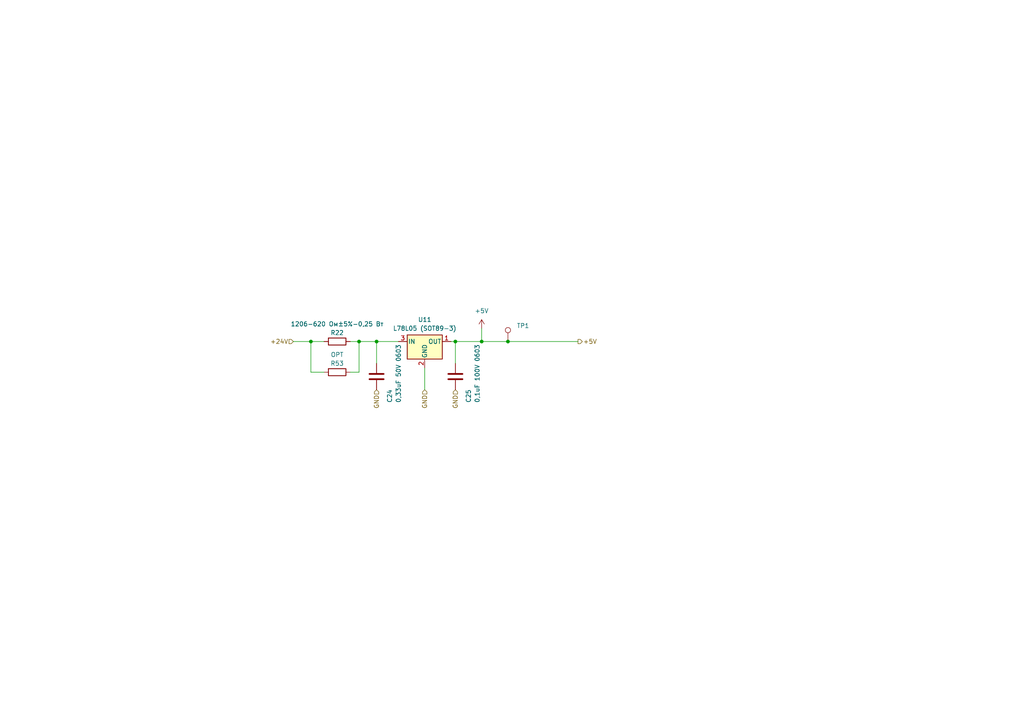
<source format=kicad_sch>
(kicad_sch (version 20231120) (generator "eeschema") (generator_version "8.0")
  (paper "A4")
  (lib_symbols
    (symbol "Connector:TestPoint" (pin_numbers hide) (pin_names (offset 0.762) hide)
      (property "Reference" "TP" (at 0 6.858 0))
      (property "Value" "TestPoint" (at 0 5.08 0))
      (symbol "TestPoint_0_1"
        (circle (center 0 3.302) (radius 0.762))
      )
      (symbol "TestPoint_1_1"
        (pin passive line (at 0 0 90) (length 2.54) (name "1") (number "1"))
      )
    )
    (symbol "Device:C" (pin_numbers hide) (pin_names (offset 0.254))
      (property "Reference" "C" (at 0.635 2.54 0))
      (property "Value" "C" (at 0.635 -2.54 0))
      (symbol "C_0_1"
        (polyline (pts (xy -2.032 -0.762) (xy 2.032 -0.762)) (stroke (width 0.508)))
        (polyline (pts (xy -2.032 0.762) (xy 2.032 0.762)) (stroke (width 0.508)))
      )
      (symbol "C_1_1"
        (pin passive line (at 0 3.81 270) (length 2.794) (name "~") (number "1"))
        (pin passive line (at 0 -3.81 90) (length 2.794) (name "~") (number "2"))
      )
    )
    (symbol "Device:R" (pin_numbers hide) (pin_names (offset 0))
      (property "Reference" "R" (at 2.032 0 90))
      (property "Value" "R" (at 0 0 90))
      (symbol "R_0_1"
        (rectangle (start -1.016 -2.54) (end 1.016 2.54) (stroke (width 0.254)))
      )
      (symbol "R_1_1"
        (pin passive line (at 0 3.81 270) (length 1.27) (name "~") (number "1"))
        (pin passive line (at 0 -3.81 90) (length 1.27) (name "~") (number "2"))
      )
    )
    (symbol "PCM_4ms_Power-symbol:+5V" (power) (pin_numbers hide) (pin_names (offset 0) hide)
      (property "Value" "+5V" (at 0 3.556 0))
      (symbol "+5V_0_1"
        (polyline (pts (xy -0.762 1.27) (xy 0 2.54)))
        (polyline (pts (xy 0 0) (xy 0 2.54)))
        (polyline (pts (xy 0 2.54) (xy 0.762 1.27)))
      )
      (symbol "+5V_1_1"
        (pin power_in line (at 0 0 90) (length 0) hide (name "+5V") (number "1"))
      )
    )
    (symbol "Regulator_Linear:L78L05_SOT89" (pin_names (offset 0.254))
      (property "Reference" "U" (at -3.81 3.175 0))
      (property "Value" "L78L05_SOT89" (at -0.635 3.175 0))
      (symbol "L78L05_SOT89_0_1"
        (rectangle (start -5.08 1.905) (end 5.08 -5.08) (stroke (width 0.254)) (fill (type background)))
      )
      (symbol "L78L05_SOT89_1_1"
        (pin power_out line (at 7.62 0 180) (length 2.54) (name "OUT") (number "1"))
        (pin power_in line (at 0 -7.62 90) (length 2.54) (name "GND") (number "2"))
        (pin power_in line (at -7.62 0 0) (length 2.54) (name "IN") (number "3"))
      )
    )
  )
  (junction (at 109.22 99.06))
  (junction (at 90.17 99.06))
  (junction (at 104.14 99.06))
  (junction (at 132.08 99.06))
  (junction (at 147.32 99.06))
  (junction (at 139.7 99.06))
  (wire (pts (xy 147.32 99.06) (xy 167.64 99.06)))
  (wire (pts (xy 93.98 107.95) (xy 90.17 107.95)))
  (wire (pts (xy 109.22 99.06) (xy 109.22 105.41)))
  (wire (pts (xy 104.14 99.06) (xy 101.6 99.06)))
  (wire (pts (xy 85.09 99.06) (xy 90.17 99.06)))
  (wire (pts (xy 115.57 99.06) (xy 109.22 99.06)))
  (wire (pts (xy 132.08 105.41) (xy 132.08 99.06)))
  (wire (pts (xy 104.14 107.95) (xy 104.14 99.06)))
  (wire (pts (xy 132.08 99.06) (xy 139.7 99.06)))
  (wire (pts (xy 130.81 99.06) (xy 132.08 99.06)))
  (wire (pts (xy 90.17 107.95) (xy 90.17 99.06)))
  (wire (pts (xy 123.19 113.03) (xy 123.19 106.68)))
  (wire (pts (xy 101.6 107.95) (xy 104.14 107.95)))
  (wire (pts (xy 139.7 99.06) (xy 147.32 99.06)))
  (wire (pts (xy 90.17 99.06) (xy 93.98 99.06)))
  (wire (pts (xy 109.22 99.06) (xy 104.14 99.06)))
  (wire (pts (xy 139.7 99.06) (xy 139.7 95.25)))
  (hierarchical_label "GND" (shape input) (at 123.19 113.03 270))
  (hierarchical_label "GND" (shape input) (at 109.22 113.03 270))
  (hierarchical_label "+24V" (shape input) (at 85.09 99.06 180))
  (hierarchical_label "GND" (shape input) (at 132.08 113.03 270))
  (hierarchical_label "+5V" (shape output) (at 167.64 99.06 0))
  (symbol (lib_id "Device:R") (at 97.79 99.06 270) (unit 1)
    (property "Reference" "R22" (at 97.79 96.52 90))
    (property "Value" "1206-620 Ом±5%-0,25 Вт" (at 97.79 93.98 90))
    (property "Footprint" "PCM_Resistor_SMD_AKL:R_1206_3216Metric_Pad1.42x1.75mm_HandSolder" (effects (hide yes)))
  )
  (symbol (lib_id "Device:R") (at 97.79 107.95 270) (unit 1) (in_bom no)
    (property "Reference" "R53" (at 97.79 105.41 90))
    (property "Value" "OPT" (at 97.79 102.87 90))
    (property "Footprint" "PCM_Resistor_SMD_AKL:R_1206_3216Metric_Pad1.42x1.75mm_HandSolder" (effects (hide yes)))
  )
  (symbol (lib_id "Regulator_Linear:L78L05_SOT89") (at 123.19 99.06 0) (unit 1)
    (property "Reference" "U11" (at 123.19 92.71 0))
    (property "Value" "L78L05 (SOT89-3)" (at 123.19 95.25 0))
    (property "Footprint" "Package_TO_SOT_SMD:SOT-89-3" (effects (hide yes)))
    (property "Datasheet" "http://www.st.com/content/ccc/resource/technical/document/datasheet/15/55/e5/aa/23/5b/43/fd/CD00000446.pdf/files/CD00000446.pdf/jcr:content/translations/en.CD00000446.pdf" (effects (hide yes)))
  )
  (symbol (lib_id "Connector:TestPoint") (at 147.32 99.06 0) (unit 1) (in_bom no)
    (property "Reference" "TP1" (at 149.86 94.488 0) (effects (justify left)))
    (property "Footprint" "PCM_4ms_TestPoint:TestPoint_D1" (effects (hide yes)))
  )
  (symbol (lib_id "Device:C") (at 109.22 109.22 0) (unit 1)
    (property "Reference" "C24" (at 113.03 116.84 90) (effects (justify left)))
    (property "Value" "0,33uF 50V 0603" (at 115.57 116.84 90) (effects (justify left)))
    (property "Footprint" "Capacitor_SMD:C_0603_1608Metric_Pad1.08x0.95mm_HandSolder" (effects (hide yes)))
  )
  (symbol (lib_id "Device:C") (at 132.08 109.22 0) (unit 1)
    (property "Reference" "C25" (at 135.89 116.84 90) (effects (justify left)))
    (property "Value" "0,1uF 100V 0603" (at 138.43 116.84 90) (effects (justify left)))
    (property "Footprint" "PCM_Capacitor_SMD_AKL:C_0603_1608Metric_Pad1.08x0.95mm_HandSolder" (effects (hide yes)))
  )
  (symbol (lib_id "PCM_4ms_Power-symbol:+5V") (at 139.7 95.25 0) (unit 1)
    (property "Reference" "#PWR088" (effects (hide yes)))
    (property "Value" "+5V" (at 139.7 90.17 0))
  )
)
</source>
